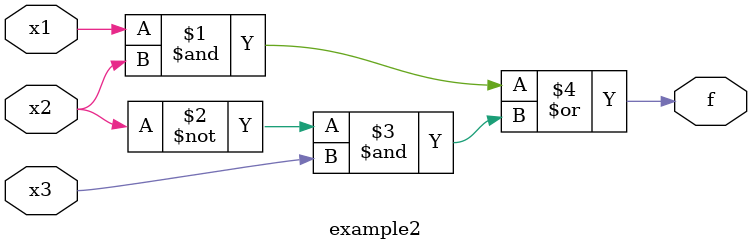
<source format=v>
module example2 (
    input wire x1,
    input wire x2,
    input wire x3,
    output wire f
);

wire g, h, k;

assign f = (x1&x2) | (~x2&x3);

endmodule


</source>
